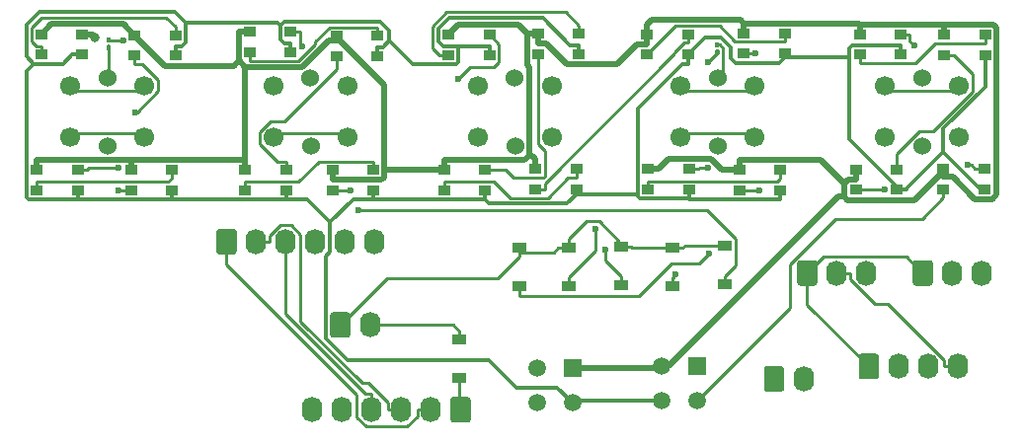
<source format=gbr>
G04 #@! TF.GenerationSoftware,KiCad,Pcbnew,(5.1.6)-1*
G04 #@! TF.CreationDate,2020-11-25T13:13:22+11:00*
G04 #@! TF.ProjectId,RWR_Control_Panel,5257525f-436f-46e7-9472-6f6c5f50616e,-*
G04 #@! TF.SameCoordinates,Original*
G04 #@! TF.FileFunction,Copper,L1,Top*
G04 #@! TF.FilePolarity,Positive*
%FSLAX46Y46*%
G04 Gerber Fmt 4.6, Leading zero omitted, Abs format (unit mm)*
G04 Created by KiCad (PCBNEW (5.1.6)-1) date 2020-11-25 13:13:22*
%MOMM*%
%LPD*%
G01*
G04 APERTURE LIST*
G04 #@! TA.AperFunction,SMDPad,CuDef*
%ADD10R,1.000000X0.850000*%
G04 #@! TD*
G04 #@! TA.AperFunction,ComponentPad*
%ADD11C,1.520000*%
G04 #@! TD*
G04 #@! TA.AperFunction,ComponentPad*
%ADD12R,1.520000X1.520000*%
G04 #@! TD*
G04 #@! TA.AperFunction,SMDPad,CuDef*
%ADD13R,1.200000X0.900000*%
G04 #@! TD*
G04 #@! TA.AperFunction,ComponentPad*
%ADD14C,1.524000*%
G04 #@! TD*
G04 #@! TA.AperFunction,ComponentPad*
%ADD15C,1.700000*%
G04 #@! TD*
G04 #@! TA.AperFunction,ComponentPad*
%ADD16O,1.740000X2.200000*%
G04 #@! TD*
G04 #@! TA.AperFunction,ViaPad*
%ADD17C,0.600000*%
G04 #@! TD*
G04 #@! TA.AperFunction,ViaPad*
%ADD18C,0.800000*%
G04 #@! TD*
G04 #@! TA.AperFunction,Conductor*
%ADD19C,0.250000*%
G04 #@! TD*
G04 #@! TA.AperFunction,Conductor*
%ADD20C,0.228600*%
G04 #@! TD*
G04 #@! TA.AperFunction,Conductor*
%ADD21C,0.500000*%
G04 #@! TD*
G04 #@! TA.AperFunction,Conductor*
%ADD22C,0.350000*%
G04 #@! TD*
G04 APERTURE END LIST*
D10*
X117888000Y-86366400D03*
X114388000Y-86366400D03*
X117888000Y-84616400D03*
X114388000Y-84616400D03*
X187225000Y-97819100D03*
X183725000Y-97819100D03*
X187225000Y-96069100D03*
X183725000Y-96069100D03*
X179711000Y-97869900D03*
X176211000Y-97869900D03*
X179711000Y-96119900D03*
X176211000Y-96119900D03*
X187303000Y-86326900D03*
X183803000Y-86326900D03*
X187303000Y-84576900D03*
X183803000Y-84576900D03*
X180039000Y-86276100D03*
X176539000Y-86276100D03*
X180039000Y-84526100D03*
X176539000Y-84526100D03*
X169727000Y-97909400D03*
X166227000Y-97909400D03*
X169727000Y-96159400D03*
X166227000Y-96159400D03*
X161903000Y-97858600D03*
X158403000Y-97858600D03*
X161903000Y-96108600D03*
X158403000Y-96108600D03*
X170110000Y-86185900D03*
X166610000Y-86185900D03*
X170110000Y-84435900D03*
X166610000Y-84435900D03*
X161802000Y-86276100D03*
X158302000Y-86276100D03*
X161802000Y-84526100D03*
X158302000Y-84526100D03*
X152251000Y-97858600D03*
X148751000Y-97858600D03*
X152251000Y-96108600D03*
X148751000Y-96108600D03*
X144405000Y-97920800D03*
X140905000Y-97920800D03*
X144405000Y-96170800D03*
X140905000Y-96170800D03*
X152483000Y-86236800D03*
X148983000Y-86236800D03*
X152483000Y-84486800D03*
X148983000Y-84486800D03*
X144784000Y-86326900D03*
X141284000Y-86326900D03*
X144784000Y-84576900D03*
X141284000Y-84576900D03*
X134827000Y-97909400D03*
X131327000Y-97909400D03*
X134827000Y-96159400D03*
X131327000Y-96159400D03*
X127359000Y-97909400D03*
X123859000Y-97909400D03*
X127359000Y-96159400D03*
X123859000Y-96159400D03*
X135211000Y-86389100D03*
X131711000Y-86389100D03*
X135211000Y-84639100D03*
X131711000Y-84639100D03*
X127738000Y-86084400D03*
X124238000Y-86084400D03*
X127738000Y-84334400D03*
X124238000Y-84334400D03*
X117555000Y-97909400D03*
X114055000Y-97909400D03*
X117555000Y-96159400D03*
X114055000Y-96159400D03*
X109478000Y-97909400D03*
X105978000Y-97909400D03*
X109478000Y-96159400D03*
X105978000Y-96159400D03*
X109861000Y-86264800D03*
X106361000Y-86264800D03*
X109861000Y-84514800D03*
X106361000Y-84514800D03*
D11*
X159592001Y-115985999D03*
X162592000Y-115985999D03*
X159592001Y-112986000D03*
D12*
X162592000Y-112986000D03*
D11*
X148924001Y-116137999D03*
X151924000Y-116137999D03*
X148924001Y-113138000D03*
D12*
X151924000Y-113138000D03*
G04 #@! TA.AperFunction,SMDPad,CuDef*
G36*
G01*
X164219000Y-85846800D02*
X164419000Y-85846800D01*
G75*
G02*
X164519000Y-85946800I0J-100000D01*
G01*
X164519000Y-86206800D01*
G75*
G02*
X164419000Y-86306800I-100000J0D01*
G01*
X164219000Y-86306800D01*
G75*
G02*
X164119000Y-86206800I0J100000D01*
G01*
X164119000Y-85946800D01*
G75*
G02*
X164219000Y-85846800I100000J0D01*
G01*
G37*
G04 #@! TD.AperFunction*
G04 #@! TA.AperFunction,SMDPad,CuDef*
G36*
G01*
X164219000Y-85206800D02*
X164419000Y-85206800D01*
G75*
G02*
X164519000Y-85306800I0J-100000D01*
G01*
X164519000Y-85566800D01*
G75*
G02*
X164419000Y-85666800I-100000J0D01*
G01*
X164219000Y-85666800D01*
G75*
G02*
X164119000Y-85566800I0J100000D01*
G01*
X164119000Y-85306800D01*
G75*
G02*
X164219000Y-85206800I100000J0D01*
G01*
G37*
G04 #@! TD.AperFunction*
G04 #@! TA.AperFunction,SMDPad,CuDef*
G36*
G01*
X112247000Y-85260400D02*
X112047000Y-85260400D01*
G75*
G02*
X111947000Y-85160400I0J100000D01*
G01*
X111947000Y-84900400D01*
G75*
G02*
X112047000Y-84800400I100000J0D01*
G01*
X112247000Y-84800400D01*
G75*
G02*
X112347000Y-84900400I0J-100000D01*
G01*
X112347000Y-85160400D01*
G75*
G02*
X112247000Y-85260400I-100000J0D01*
G01*
G37*
G04 #@! TD.AperFunction*
G04 #@! TA.AperFunction,SMDPad,CuDef*
G36*
G01*
X112247000Y-85900400D02*
X112047000Y-85900400D01*
G75*
G02*
X111947000Y-85800400I0J100000D01*
G01*
X111947000Y-85540400D01*
G75*
G02*
X112047000Y-85440400I100000J0D01*
G01*
X112247000Y-85440400D01*
G75*
G02*
X112347000Y-85540400I0J-100000D01*
G01*
X112347000Y-85800400D01*
G75*
G02*
X112247000Y-85900400I-100000J0D01*
G01*
G37*
G04 #@! TD.AperFunction*
D13*
X142221000Y-110752000D03*
X142221000Y-114052000D03*
X147352000Y-102876000D03*
X147352000Y-106176000D03*
X151606000Y-102876000D03*
X151606000Y-106176000D03*
X156064000Y-102724000D03*
X156064000Y-106024000D03*
X160522000Y-102801000D03*
X160522000Y-106101000D03*
X164979000Y-102700000D03*
X164979000Y-106000000D03*
D14*
X181936000Y-94087800D03*
X181896000Y-88296800D03*
D15*
X185071000Y-93376800D03*
X178721000Y-93376800D03*
X185071000Y-88931800D03*
X178721000Y-88931800D03*
D14*
X164410000Y-94087800D03*
X164370000Y-88296800D03*
D15*
X167545000Y-93376800D03*
X161195000Y-93376800D03*
X167545000Y-88931800D03*
X161195000Y-88931800D03*
D14*
X147011000Y-94087800D03*
X146971000Y-88296800D03*
D15*
X150146000Y-93376800D03*
X143796000Y-93376800D03*
X150146000Y-88931800D03*
X143796000Y-88931800D03*
D14*
X129485000Y-94087800D03*
X129445000Y-88296800D03*
D15*
X132620000Y-93376800D03*
X126270000Y-93376800D03*
X132620000Y-88931800D03*
X126270000Y-88931800D03*
D14*
X112086000Y-94087800D03*
X112046000Y-88296800D03*
D15*
X115221000Y-93376800D03*
X108871000Y-93376800D03*
X115221000Y-88931800D03*
X108871000Y-88931800D03*
D16*
X129623000Y-116745000D03*
X132163000Y-116745000D03*
X134703000Y-116745000D03*
X137243000Y-116745000D03*
X139783000Y-116745000D03*
G04 #@! TA.AperFunction,ComponentPad*
G36*
G01*
X143193000Y-115894999D02*
X143193000Y-117595001D01*
G75*
G02*
X142943001Y-117845000I-249999J0D01*
G01*
X141702999Y-117845000D01*
G75*
G02*
X141453000Y-117595001I0J249999D01*
G01*
X141453000Y-115894999D01*
G75*
G02*
X141702999Y-115645000I249999J0D01*
G01*
X142943001Y-115645000D01*
G75*
G02*
X143193000Y-115894999I0J-249999D01*
G01*
G37*
G04 #@! TD.AperFunction*
X177121000Y-105010000D03*
X174581000Y-105010000D03*
G04 #@! TA.AperFunction,ComponentPad*
G36*
G01*
X171171000Y-105860001D02*
X171171000Y-104159999D01*
G75*
G02*
X171420999Y-103910000I249999J0D01*
G01*
X172661001Y-103910000D01*
G75*
G02*
X172911000Y-104159999I0J-249999D01*
G01*
X172911000Y-105860001D01*
G75*
G02*
X172661001Y-106110000I-249999J0D01*
G01*
X171420999Y-106110000D01*
G75*
G02*
X171171000Y-105860001I0J249999D01*
G01*
G37*
G04 #@! TD.AperFunction*
X184944000Y-113036000D03*
X182404000Y-113036000D03*
X179864000Y-113036000D03*
G04 #@! TA.AperFunction,ComponentPad*
G36*
G01*
X176454000Y-113886001D02*
X176454000Y-112185999D01*
G75*
G02*
X176703999Y-111936000I249999J0D01*
G01*
X177944001Y-111936000D01*
G75*
G02*
X178194000Y-112185999I0J-249999D01*
G01*
X178194000Y-113886001D01*
G75*
G02*
X177944001Y-114136000I-249999J0D01*
G01*
X176703999Y-114136000D01*
G75*
G02*
X176454000Y-113886001I0J249999D01*
G01*
G37*
G04 #@! TD.AperFunction*
X187027000Y-105010000D03*
X184487000Y-105010000D03*
G04 #@! TA.AperFunction,ComponentPad*
G36*
G01*
X181077000Y-105860001D02*
X181077000Y-104159999D01*
G75*
G02*
X181326999Y-103910000I249999J0D01*
G01*
X182567001Y-103910000D01*
G75*
G02*
X182817000Y-104159999I0J-249999D01*
G01*
X182817000Y-105860001D01*
G75*
G02*
X182567001Y-106110000I-249999J0D01*
G01*
X181326999Y-106110000D01*
G75*
G02*
X181077000Y-105860001I0J249999D01*
G01*
G37*
G04 #@! TD.AperFunction*
X171736000Y-114103000D03*
G04 #@! TA.AperFunction,ComponentPad*
G36*
G01*
X168326000Y-114953001D02*
X168326000Y-113252999D01*
G75*
G02*
X168575999Y-113003000I249999J0D01*
G01*
X169816001Y-113003000D01*
G75*
G02*
X170066000Y-113252999I0J-249999D01*
G01*
X170066000Y-114953001D01*
G75*
G02*
X169816001Y-115203000I-249999J0D01*
G01*
X168575999Y-115203000D01*
G75*
G02*
X168326000Y-114953001I0J249999D01*
G01*
G37*
G04 #@! TD.AperFunction*
X134957000Y-102318000D03*
X132417000Y-102318000D03*
X129877000Y-102318000D03*
X127337000Y-102318000D03*
X124797000Y-102318000D03*
G04 #@! TA.AperFunction,ComponentPad*
G36*
G01*
X121387000Y-103168001D02*
X121387000Y-101467999D01*
G75*
G02*
X121636999Y-101218000I249999J0D01*
G01*
X122877001Y-101218000D01*
G75*
G02*
X123127000Y-101467999I0J-249999D01*
G01*
X123127000Y-103168001D01*
G75*
G02*
X122877001Y-103418000I-249999J0D01*
G01*
X121636999Y-103418000D01*
G75*
G02*
X121387000Y-103168001I0J249999D01*
G01*
G37*
G04 #@! TD.AperFunction*
X134550000Y-109480000D03*
G04 #@! TA.AperFunction,ComponentPad*
G36*
G01*
X131140000Y-110330001D02*
X131140000Y-108629999D01*
G75*
G02*
X131389999Y-108380000I249999J0D01*
G01*
X132630001Y-108380000D01*
G75*
G02*
X132880000Y-108629999I0J-249999D01*
G01*
X132880000Y-110330001D01*
G75*
G02*
X132630001Y-110580000I-249999J0D01*
G01*
X131389999Y-110580000D01*
G75*
G02*
X131140000Y-110330001I0J249999D01*
G01*
G37*
G04 #@! TD.AperFunction*
D17*
X153926000Y-101225000D03*
X133523000Y-99655500D03*
X160729000Y-105167000D03*
X163608000Y-103342000D03*
X154731000Y-103049000D03*
X113405000Y-85030400D03*
X163543000Y-86898700D03*
D18*
X110962000Y-84800100D03*
D17*
X114426000Y-91214800D03*
X112989000Y-95999800D03*
X112989000Y-97909400D03*
X128759000Y-85603900D03*
X132896000Y-97909400D03*
X142153000Y-88329900D03*
X167617000Y-86185900D03*
X163505000Y-95982600D03*
X167929000Y-97909400D03*
X181247000Y-85519300D03*
X178697000Y-97869900D03*
X185826000Y-95737100D03*
D19*
X151606000Y-106176000D02*
X151606000Y-105400700D01*
X151606000Y-105400700D02*
X153926000Y-103080700D01*
X153926000Y-103080700D02*
X153926000Y-101225000D01*
D20*
X161195000Y-88931800D02*
X161619000Y-89355900D01*
X161619000Y-89355900D02*
X167121000Y-89355900D01*
X167121000Y-89355900D02*
X167545000Y-88931800D01*
X108871000Y-88931800D02*
X109291000Y-89351700D01*
X109291000Y-89351700D02*
X114801000Y-89351700D01*
X114801000Y-89351700D02*
X115221000Y-88931800D01*
X164979000Y-106000000D02*
X164979000Y-105258000D01*
X164979000Y-105258000D02*
X165872000Y-104365000D01*
X165872000Y-104365000D02*
X165872000Y-102085000D01*
X165872000Y-102085000D02*
X163442000Y-99655500D01*
X163442000Y-99655500D02*
X133523000Y-99655500D01*
X160522000Y-106101000D02*
X160522000Y-105359000D01*
X160522000Y-105359000D02*
X160538000Y-105359000D01*
X160538000Y-105359000D02*
X160729000Y-105167000D01*
D19*
X147352000Y-106176000D02*
X147352000Y-106951300D01*
X163608000Y-103342000D02*
X162773800Y-104176200D01*
X162773800Y-104176200D02*
X160368100Y-104176200D01*
X160368100Y-104176200D02*
X157593000Y-106951300D01*
X157593000Y-106951300D02*
X147352000Y-106951300D01*
D20*
X178721000Y-88931800D02*
X179146000Y-89357300D01*
X179146000Y-89357300D02*
X184646000Y-89357300D01*
X184646000Y-89357300D02*
X185071000Y-88931800D01*
D19*
X151606000Y-102876000D02*
X151606000Y-102100700D01*
X155930500Y-102590500D02*
X155930500Y-102300600D01*
X155930500Y-102300600D02*
X154217600Y-100587700D01*
X154217600Y-100587700D02*
X153119000Y-100587700D01*
X153119000Y-100587700D02*
X151606000Y-102100700D01*
D20*
X155930500Y-102590500D02*
X155797000Y-102457000D01*
X156064000Y-102724000D02*
X155930500Y-102590500D01*
D19*
X151606000Y-102876000D02*
X150680700Y-102876000D01*
X147352000Y-103247000D02*
X150309700Y-103247000D01*
X150309700Y-103247000D02*
X150680700Y-102876000D01*
D20*
X147352000Y-103247000D02*
X147352000Y-102876000D01*
X132010000Y-109480000D02*
X136056000Y-105434000D01*
X136056000Y-105434000D02*
X145537000Y-105434000D01*
X145537000Y-105434000D02*
X147352000Y-103618000D01*
X147352000Y-103618000D02*
X147352000Y-103247000D01*
X164979000Y-102700000D02*
X161515000Y-102700000D01*
X161515000Y-102700000D02*
X161414000Y-102801000D01*
X161414000Y-102801000D02*
X160522000Y-102801000D01*
X160522000Y-102801000D02*
X157033000Y-102801000D01*
X157033000Y-102801000D02*
X156956000Y-102724000D01*
X156956000Y-102724000D02*
X156064000Y-102724000D01*
X154731000Y-103049000D02*
X154731000Y-103948000D01*
X154731000Y-103948000D02*
X156064000Y-105282000D01*
X156064000Y-105282000D02*
X156064000Y-106024000D01*
X134550000Y-109480000D02*
X141691000Y-109480000D01*
X141691000Y-109480000D02*
X142221000Y-110010000D01*
X142221000Y-110010000D02*
X142221000Y-110752000D01*
X142323000Y-116745000D02*
X142221000Y-116643000D01*
X142221000Y-116643000D02*
X142221000Y-114052000D01*
X161195000Y-93376800D02*
X161546000Y-93025900D01*
X161546000Y-93025900D02*
X167194000Y-93025900D01*
X167194000Y-93025900D02*
X167545000Y-93376800D01*
X134703000Y-116745000D02*
X134703000Y-115353000D01*
X134703000Y-115353000D02*
X134200000Y-115353000D01*
X134200000Y-115353000D02*
X127337000Y-108490000D01*
X127337000Y-108490000D02*
X127337000Y-102318000D01*
X126270000Y-93376800D02*
X126616000Y-93030600D01*
X126616000Y-93030600D02*
X132274000Y-93030600D01*
X132274000Y-93030600D02*
X132620000Y-93376800D01*
X124797000Y-102318000D02*
X125959000Y-102318000D01*
X125959000Y-102318000D02*
X125959000Y-101810000D01*
X125959000Y-101810000D02*
X126890000Y-100879000D01*
X126890000Y-100879000D02*
X127779000Y-100879000D01*
X127779000Y-100879000D02*
X128607000Y-101706000D01*
X128607000Y-101706000D02*
X128607000Y-109184000D01*
X128607000Y-109184000D02*
X133866000Y-114443000D01*
X133866000Y-114443000D02*
X134412000Y-114443000D01*
X134412000Y-114443000D02*
X136081000Y-116111000D01*
X136081000Y-116111000D02*
X136081000Y-116745000D01*
X136081000Y-116745000D02*
X137243000Y-116745000D01*
X115221000Y-93376800D02*
X114870000Y-93025400D01*
X114870000Y-93025400D02*
X109222000Y-93025400D01*
X109222000Y-93025400D02*
X108871000Y-93376800D01*
X122257000Y-102318000D02*
X122257000Y-104271000D01*
X122257000Y-104271000D02*
X133433000Y-115447000D01*
X133433000Y-115447000D02*
X133433000Y-117414000D01*
X133433000Y-117414000D02*
X134219000Y-118200000D01*
X134219000Y-118200000D02*
X137700000Y-118200000D01*
X137700000Y-118200000D02*
X138621000Y-117279000D01*
X138621000Y-117279000D02*
X138621000Y-116745000D01*
X138621000Y-116745000D02*
X139783000Y-116745000D01*
X112147000Y-85030400D02*
X113405000Y-85030400D01*
X163543000Y-86898700D02*
X164319000Y-86122300D01*
X164319000Y-86122300D02*
X164319000Y-86076800D01*
X177324000Y-113036000D02*
X172041000Y-107753000D01*
X172041000Y-107753000D02*
X172041000Y-105010000D01*
X172041000Y-105010000D02*
X173434000Y-103617000D01*
X173434000Y-103617000D02*
X180554000Y-103617000D01*
X180554000Y-103617000D02*
X181947000Y-105010000D01*
X184944000Y-113036000D02*
X183782000Y-113036000D01*
X183782000Y-113036000D02*
X183782000Y-112528000D01*
X183782000Y-112528000D02*
X178942000Y-107688000D01*
X178942000Y-107688000D02*
X177888000Y-107688000D01*
X177888000Y-107688000D02*
X175743000Y-105544000D01*
X175743000Y-105544000D02*
X175743000Y-105010000D01*
X175743000Y-105010000D02*
X174581000Y-105010000D01*
X112046000Y-88296800D02*
X112147000Y-88195800D01*
X112147000Y-88195800D02*
X112147000Y-85670400D01*
X164370000Y-88296800D02*
X164826000Y-87840300D01*
X164826000Y-87840300D02*
X164826000Y-85715700D01*
X164826000Y-85715700D02*
X164548000Y-85436800D01*
X164548000Y-85436800D02*
X164319000Y-85436800D01*
D21*
X123859000Y-87344300D02*
X123859000Y-95306300D01*
X131711000Y-85065600D02*
X130993000Y-85065600D01*
X130993000Y-85065600D02*
X128714000Y-87344300D01*
X128714000Y-87344300D02*
X123859000Y-87344300D01*
X114388000Y-84628900D02*
X113421000Y-83661600D01*
X113421000Y-83661600D02*
X107214000Y-83661600D01*
X107214000Y-83661600D02*
X106361000Y-84514800D01*
X123310000Y-86795200D02*
X122886000Y-87219600D01*
X122886000Y-87219600D02*
X116979000Y-87219600D01*
X116979000Y-87219600D02*
X114388000Y-84628900D01*
X148055000Y-84486800D02*
X147292000Y-83723700D01*
X147292000Y-83723700D02*
X142137000Y-83723700D01*
X142137000Y-83723700D02*
X141284000Y-84576900D01*
X148983000Y-84486800D02*
X148055000Y-84486800D01*
X148201000Y-94944900D02*
X147828000Y-95317700D01*
X147828000Y-95317700D02*
X140905000Y-95317700D01*
X140905000Y-95317700D02*
X140905000Y-96170800D01*
X148751000Y-96108600D02*
X148751000Y-95255500D01*
X148751000Y-95255500D02*
X148440000Y-94944900D01*
X148440000Y-94944900D02*
X148201000Y-94944900D01*
X175219000Y-98458600D02*
X175219000Y-97314000D01*
X123859000Y-87344300D02*
X123310000Y-86795200D01*
X158302000Y-84526100D02*
X158302000Y-85379200D01*
X158302000Y-85379200D02*
X157449000Y-85379200D01*
X157449000Y-85379200D02*
X155725000Y-87102700D01*
X155725000Y-87102700D02*
X151406000Y-87102700D01*
X151406000Y-87102700D02*
X149643000Y-85339900D01*
X149643000Y-85339900D02*
X148983000Y-85339900D01*
X148983000Y-85339900D02*
X148983000Y-84486800D01*
X183803000Y-84576900D02*
X183803000Y-83723800D01*
X124238000Y-84334400D02*
X123310000Y-84334400D01*
X123310000Y-84334400D02*
X123310000Y-86795200D01*
X123859000Y-96159400D02*
X123859000Y-95306300D01*
X131327000Y-96159400D02*
X131327000Y-97012500D01*
X131327000Y-97012500D02*
X135545000Y-97012500D01*
X135545000Y-97012500D02*
X135755000Y-96802100D01*
X135755000Y-96802100D02*
X135755000Y-96170800D01*
X166227000Y-96159400D02*
X164729000Y-96159400D01*
X164729000Y-96159400D02*
X163824000Y-95254400D01*
X163824000Y-95254400D02*
X160185000Y-95254400D01*
X160185000Y-95254400D02*
X159331000Y-96108600D01*
X159331000Y-96108600D02*
X158403000Y-96108600D01*
X183725000Y-96069100D02*
X183725000Y-96422500D01*
X183725000Y-96422500D02*
X183725000Y-96775900D01*
X183725000Y-96775900D02*
X184499000Y-96775900D01*
X184499000Y-96775900D02*
X186395000Y-98672300D01*
X186395000Y-98672300D02*
X187918000Y-98672300D01*
X187918000Y-98672300D02*
X188282000Y-98308000D01*
X188282000Y-98308000D02*
X188282000Y-83988700D01*
X188282000Y-83988700D02*
X188017000Y-83723800D01*
X188017000Y-83723800D02*
X183803000Y-83723800D01*
X176211000Y-96119900D02*
X176211000Y-96973000D01*
X176211000Y-96973000D02*
X175560000Y-96973000D01*
X175560000Y-96973000D02*
X175219000Y-97314000D01*
X183725000Y-96422500D02*
X183586000Y-96422500D01*
X183586000Y-96422500D02*
X181258000Y-98750200D01*
X181258000Y-98750200D02*
X175510000Y-98750200D01*
X175510000Y-98750200D02*
X175219000Y-98458600D01*
X151924000Y-113138000D02*
X159440000Y-113138000D01*
X159440000Y-113138000D02*
X159592000Y-112986000D01*
X159592000Y-112986000D02*
X160184000Y-112986000D01*
X160184000Y-112986000D02*
X174711000Y-98458600D01*
X174711000Y-98458600D02*
X175219000Y-98458600D01*
X166227000Y-96159400D02*
X166227000Y-95306300D01*
X166227000Y-95306300D02*
X173211000Y-95306300D01*
X173211000Y-95306300D02*
X175219000Y-97314000D01*
X131711000Y-84639100D02*
X131711000Y-85065600D01*
X135755000Y-96170800D02*
X140905000Y-96170800D01*
X148201000Y-94944900D02*
X148201000Y-87362100D01*
X148201000Y-87362100D02*
X148055000Y-87215800D01*
X148055000Y-87215800D02*
X148055000Y-84486800D01*
X176539000Y-84526100D02*
X176539000Y-83673000D01*
X183803000Y-83723800D02*
X183752000Y-83673000D01*
X183752000Y-83673000D02*
X176539000Y-83673000D01*
X158302000Y-84526100D02*
X158302000Y-83673000D01*
X158302000Y-83673000D02*
X158713000Y-83261900D01*
X158713000Y-83261900D02*
X166289000Y-83261900D01*
X166289000Y-83261900D02*
X166610000Y-83582800D01*
X166610000Y-84435900D02*
X166610000Y-83582800D01*
X166610000Y-83582800D02*
X176449000Y-83582800D01*
X176449000Y-83582800D02*
X176539000Y-83673000D01*
X114055000Y-96159400D02*
X114055000Y-95306300D01*
X135755000Y-96170800D02*
X135755000Y-88869800D01*
X135755000Y-88869800D02*
X131951000Y-85065600D01*
X131951000Y-85065600D02*
X131711000Y-85065600D01*
X123859000Y-95306300D02*
X114055000Y-95306300D01*
X105978000Y-96159400D02*
X105978000Y-95306300D01*
X105978000Y-95306300D02*
X112653000Y-95306300D01*
X112653000Y-95306300D02*
X112688000Y-95271700D01*
X112688000Y-95271700D02*
X114020000Y-95271700D01*
X114020000Y-95271700D02*
X114055000Y-95306300D01*
X114388000Y-84616400D02*
X114388000Y-84628900D01*
D20*
X106361000Y-86264800D02*
X106361000Y-85547400D01*
X106361000Y-85547400D02*
X106002000Y-85547400D01*
X106002000Y-85547400D02*
X105568000Y-85113600D01*
X105568000Y-85113600D02*
X105568000Y-83920800D01*
X105568000Y-83920800D02*
X106383000Y-83106200D01*
X106383000Y-83106200D02*
X117095000Y-83106200D01*
X117095000Y-83106200D02*
X117888000Y-83899000D01*
X117888000Y-83899000D02*
X117888000Y-84616400D01*
D21*
X109861000Y-84514800D02*
X110789000Y-84514800D01*
X110789000Y-84514800D02*
X110962000Y-84687700D01*
X110962000Y-84687700D02*
X110962000Y-84800100D01*
D22*
X183712000Y-94594400D02*
X186937000Y-97819100D01*
X186937000Y-97819100D02*
X187225000Y-97819100D01*
X179711000Y-97869900D02*
X180564000Y-97869900D01*
X180564000Y-97869900D02*
X180564000Y-97742300D01*
X180564000Y-97742300D02*
X183712000Y-94594400D01*
X127359000Y-98687500D02*
X129150000Y-98687500D01*
X129150000Y-98687500D02*
X131136000Y-100674000D01*
X127359000Y-97909400D02*
X127359000Y-98687500D01*
X144784000Y-86326900D02*
X144784000Y-85548800D01*
X144784000Y-85548800D02*
X142151000Y-85548800D01*
X135211000Y-86389100D02*
X135211000Y-85611000D01*
X135211000Y-85611000D02*
X135697000Y-85611000D01*
X135697000Y-85611000D02*
X136227000Y-85081500D01*
X152483000Y-86236800D02*
X152483000Y-85458700D01*
X152483000Y-85458700D02*
X151705000Y-85458700D01*
X151705000Y-85458700D02*
X149358000Y-83112200D01*
X149358000Y-83112200D02*
X141320000Y-83112200D01*
X141320000Y-83112200D02*
X140412000Y-84020000D01*
X140412000Y-84020000D02*
X140412000Y-85135000D01*
X140412000Y-85135000D02*
X140826000Y-85548800D01*
X140826000Y-85548800D02*
X142151000Y-85548800D01*
X161903000Y-97858600D02*
X161903000Y-98636700D01*
X169727000Y-97909400D02*
X169727000Y-98687500D01*
X169727000Y-98687500D02*
X161954000Y-98687500D01*
X161954000Y-98687500D02*
X161903000Y-98636700D01*
X127738000Y-86084400D02*
X127738000Y-85306300D01*
X127738000Y-85306300D02*
X127183000Y-85306300D01*
X127183000Y-85306300D02*
X126850000Y-84973200D01*
X126850000Y-84973200D02*
X126850000Y-83765500D01*
X142151000Y-85548800D02*
X142151000Y-86936900D01*
X142151000Y-86936900D02*
X141983000Y-87105100D01*
X141983000Y-87105100D02*
X138250000Y-87105100D01*
X138250000Y-87105100D02*
X136227000Y-85081500D01*
X126850000Y-83765500D02*
X127190000Y-83425200D01*
X127190000Y-83425200D02*
X135452000Y-83425200D01*
X135452000Y-83425200D02*
X136227000Y-84199900D01*
X136227000Y-84199900D02*
X136227000Y-85081500D01*
X161802000Y-86276100D02*
X161802000Y-87054200D01*
X161802000Y-87054200D02*
X161316000Y-87054200D01*
X161316000Y-87054200D02*
X157502000Y-90867700D01*
X157502000Y-90867700D02*
X157502000Y-98247600D01*
X126850000Y-83765500D02*
X126635000Y-83551300D01*
X126635000Y-83551300D02*
X118741000Y-83551300D01*
X118741000Y-83551300D02*
X118741000Y-85221400D01*
X118741000Y-85221400D02*
X118374000Y-85588300D01*
X118374000Y-85588300D02*
X117888000Y-85588300D01*
X117888000Y-85588300D02*
X117888000Y-86366400D01*
X109861000Y-86264800D02*
X109008000Y-86264800D01*
X109008000Y-86264800D02*
X108212000Y-87060700D01*
X108212000Y-87060700D02*
X105729000Y-87060700D01*
X152251000Y-97858600D02*
X152251000Y-98247600D01*
X152251000Y-98247600D02*
X157502000Y-98247600D01*
X157502000Y-98247600D02*
X157502000Y-98442200D01*
X157502000Y-98442200D02*
X157697000Y-98636700D01*
X157697000Y-98636700D02*
X161903000Y-98636700D01*
X159592000Y-115986000D02*
X152076000Y-115986000D01*
X152076000Y-115986000D02*
X151924000Y-116138000D01*
X134827000Y-97909400D02*
X134827000Y-98687500D01*
X131136000Y-100674000D02*
X131136000Y-103207000D01*
X131136000Y-103207000D02*
X130738000Y-103605000D01*
X130738000Y-103605000D02*
X130738000Y-110602000D01*
X130738000Y-110602000D02*
X132640000Y-112505000D01*
X132640000Y-112505000D02*
X144752000Y-112505000D01*
X144752000Y-112505000D02*
X147072000Y-114825000D01*
X147072000Y-114825000D02*
X150611000Y-114825000D01*
X150611000Y-114825000D02*
X151924000Y-116138000D01*
X144405000Y-97920800D02*
X144405000Y-98698900D01*
X131136000Y-100674000D02*
X133123000Y-98687500D01*
X133123000Y-98687500D02*
X134827000Y-98687500D01*
X134827000Y-98687500D02*
X134838000Y-98698900D01*
X134838000Y-98698900D02*
X144405000Y-98698900D01*
X144405000Y-98698900D02*
X144772000Y-99065700D01*
X144772000Y-99065700D02*
X151433000Y-99065700D01*
X151433000Y-99065700D02*
X152251000Y-98247600D01*
X170110000Y-86185900D02*
X170110000Y-86488000D01*
X180039000Y-86276100D02*
X180039000Y-85498000D01*
X180039000Y-85498000D02*
X175886000Y-85498000D01*
X175886000Y-85498000D02*
X175654000Y-85730000D01*
X175654000Y-85730000D02*
X175654000Y-86488000D01*
X179711000Y-97869900D02*
X179711000Y-97562200D01*
X179711000Y-97562200D02*
X175654000Y-93505700D01*
X175654000Y-93505700D02*
X175654000Y-86488000D01*
X170110000Y-86488000D02*
X175654000Y-86488000D01*
X183712000Y-94594400D02*
X183712000Y-92602000D01*
X183712000Y-92602000D02*
X187303000Y-89011000D01*
X187303000Y-89011000D02*
X187303000Y-86326900D01*
X127359000Y-98687500D02*
X117555000Y-98687500D01*
X117555000Y-97909400D02*
X117555000Y-98687500D01*
X109478000Y-97909400D02*
X109478000Y-98687500D01*
X118741000Y-83551300D02*
X117829000Y-82638700D01*
X117829000Y-82638700D02*
X106189000Y-82638700D01*
X106189000Y-82638700D02*
X105097000Y-83731400D01*
X105097000Y-83731400D02*
X105097000Y-86428600D01*
X105097000Y-86428600D02*
X105729000Y-87060700D01*
X105729000Y-87060700D02*
X105125000Y-87664700D01*
X105125000Y-87664700D02*
X105125000Y-98507300D01*
X105125000Y-98507300D02*
X105305000Y-98687500D01*
X105305000Y-98687500D02*
X109478000Y-98687500D01*
X109478000Y-98687500D02*
X117555000Y-98687500D01*
X161802000Y-86276100D02*
X163277000Y-84800700D01*
X163277000Y-84800700D02*
X164605000Y-84800700D01*
X164605000Y-84800700D02*
X165485000Y-85681000D01*
X165485000Y-85681000D02*
X165485000Y-86562800D01*
X165485000Y-86562800D02*
X165887000Y-86964700D01*
X165887000Y-86964700D02*
X169633000Y-86964700D01*
X169633000Y-86964700D02*
X170110000Y-86488000D01*
D20*
X114388000Y-86366400D02*
X114388000Y-87083800D01*
X114388000Y-87083800D02*
X115016000Y-87083800D01*
X115016000Y-87083800D02*
X116388000Y-88456100D01*
X116388000Y-88456100D02*
X116388000Y-89406100D01*
X116388000Y-89406100D02*
X114579000Y-91214800D01*
X114579000Y-91214800D02*
X114426000Y-91214800D01*
X112989000Y-95999800D02*
X110430000Y-95999800D01*
X110430000Y-95999800D02*
X110270000Y-96159400D01*
X110270000Y-96159400D02*
X109478000Y-96159400D01*
X105978000Y-97909400D02*
X105978000Y-97192000D01*
X105978000Y-97192000D02*
X117240000Y-97192000D01*
X117240000Y-97192000D02*
X117555000Y-96876800D01*
X117555000Y-96876800D02*
X117555000Y-96159400D01*
X114055000Y-97909400D02*
X112989000Y-97909400D01*
X127738000Y-84334400D02*
X128530000Y-84334400D01*
X128530000Y-84334400D02*
X128530000Y-85375000D01*
X128530000Y-85375000D02*
X128759000Y-85603900D01*
X124238000Y-86084400D02*
X124238000Y-86801800D01*
X124238000Y-86801800D02*
X128431000Y-86801800D01*
X128431000Y-86801800D02*
X129855000Y-85377800D01*
X129855000Y-85377800D02*
X129855000Y-85156300D01*
X129855000Y-85156300D02*
X131090000Y-83921700D01*
X131090000Y-83921700D02*
X135211000Y-83921700D01*
X135211000Y-83921700D02*
X135211000Y-84639100D01*
X131711000Y-86389100D02*
X131711000Y-87528500D01*
X131711000Y-87528500D02*
X127251000Y-91988500D01*
X127251000Y-91988500D02*
X126037000Y-91988500D01*
X126037000Y-91988500D02*
X125118000Y-92907100D01*
X125118000Y-92907100D02*
X125118000Y-93918800D01*
X125118000Y-93918800D02*
X126642000Y-95442000D01*
X126642000Y-95442000D02*
X127359000Y-95442000D01*
X127359000Y-95442000D02*
X127359000Y-96159400D01*
X123859000Y-97909400D02*
X123859000Y-97192000D01*
X123859000Y-97192000D02*
X128441000Y-97192000D01*
X128441000Y-97192000D02*
X130191000Y-95442000D01*
X130191000Y-95442000D02*
X134827000Y-95442000D01*
X134827000Y-95442000D02*
X134827000Y-96159400D01*
X131327000Y-97909400D02*
X132896000Y-97909400D01*
X144784000Y-84576900D02*
X145595000Y-85387900D01*
X145595000Y-85387900D02*
X145595000Y-86891200D01*
X145595000Y-86891200D02*
X145171000Y-87315000D01*
X145171000Y-87315000D02*
X143168000Y-87315000D01*
X143168000Y-87315000D02*
X142153000Y-88329900D01*
X141284000Y-86326900D02*
X140492000Y-86326900D01*
X140492000Y-86326900D02*
X139890000Y-85724900D01*
X139890000Y-85724900D02*
X139890000Y-83872000D01*
X139890000Y-83872000D02*
X141122000Y-82640100D01*
X141122000Y-82640100D02*
X151354000Y-82640100D01*
X151354000Y-82640100D02*
X152483000Y-83769400D01*
X152483000Y-83769400D02*
X152483000Y-84486800D01*
X148983000Y-86236800D02*
X148983000Y-93958800D01*
X148983000Y-93958800D02*
X149544000Y-94519300D01*
X149544000Y-94519300D02*
X149544000Y-96723100D01*
X149544000Y-96723100D02*
X149408000Y-96858600D01*
X149408000Y-96858600D02*
X146835000Y-96858600D01*
X146835000Y-96858600D02*
X146147000Y-96170800D01*
X146147000Y-96170800D02*
X144405000Y-96170800D01*
X140905000Y-97920800D02*
X140905000Y-97203400D01*
X140905000Y-97203400D02*
X145205000Y-97203400D01*
X145205000Y-97203400D02*
X146578000Y-98576100D01*
X146578000Y-98576100D02*
X149784000Y-98576100D01*
X149784000Y-98576100D02*
X151534000Y-96826000D01*
X151534000Y-96826000D02*
X152251000Y-96826000D01*
X152251000Y-96826000D02*
X152251000Y-96108600D01*
X148751000Y-97858600D02*
X149543000Y-97858600D01*
X149543000Y-97858600D02*
X149543000Y-97314800D01*
X149543000Y-97314800D02*
X160662000Y-86196100D01*
X160662000Y-86196100D02*
X160662000Y-86063600D01*
X160662000Y-86063600D02*
X161482000Y-85243500D01*
X161482000Y-85243500D02*
X161802000Y-85243500D01*
X161802000Y-85243500D02*
X161802000Y-84526100D01*
X158302000Y-86276100D02*
X160770000Y-83808600D01*
X160770000Y-83808600D02*
X164518000Y-83808600D01*
X164518000Y-83808600D02*
X165863000Y-85153300D01*
X165863000Y-85153300D02*
X170110000Y-85153300D01*
X170110000Y-85153300D02*
X170110000Y-84435900D01*
X161903000Y-96108600D02*
X162695000Y-96108600D01*
X162695000Y-96108600D02*
X162821000Y-95982600D01*
X162821000Y-95982600D02*
X163505000Y-95982600D01*
X166610000Y-86185900D02*
X167617000Y-86185900D01*
X158403000Y-97858600D02*
X158403000Y-97141200D01*
X158403000Y-97141200D02*
X169463000Y-97141200D01*
X169463000Y-97141200D02*
X169727000Y-96876800D01*
X169727000Y-96876800D02*
X169727000Y-96159400D01*
X181247000Y-85519300D02*
X180831000Y-85103600D01*
X180831000Y-85103600D02*
X180831000Y-84526100D01*
X180831000Y-84526100D02*
X180039000Y-84526100D01*
X166227000Y-97909400D02*
X167929000Y-97909400D01*
X176539000Y-86276100D02*
X176539000Y-86993500D01*
X176539000Y-86993500D02*
X181348000Y-86993500D01*
X181348000Y-86993500D02*
X183047000Y-85294300D01*
X183047000Y-85294300D02*
X187303000Y-85294300D01*
X187303000Y-85294300D02*
X187303000Y-84576900D01*
X183803000Y-86326900D02*
X184595000Y-86326900D01*
X184595000Y-86326900D02*
X186217000Y-87948100D01*
X186217000Y-87948100D02*
X186217000Y-89436200D01*
X186217000Y-89436200D02*
X182821000Y-92832100D01*
X182821000Y-92832100D02*
X181643000Y-92832100D01*
X181643000Y-92832100D02*
X179711000Y-94764500D01*
X179711000Y-94764500D02*
X179711000Y-96119900D01*
X185826000Y-95737100D02*
X186101000Y-95737100D01*
X186101000Y-95737100D02*
X186433000Y-96069100D01*
X186433000Y-96069100D02*
X187225000Y-96069100D01*
X176211000Y-97869900D02*
X178697000Y-97869900D01*
X162592000Y-115986000D02*
X170555000Y-108023000D01*
X170555000Y-108023000D02*
X170555000Y-104257000D01*
X170555000Y-104257000D02*
X174426000Y-100386000D01*
X174426000Y-100386000D02*
X181875000Y-100386000D01*
X181875000Y-100386000D02*
X183725000Y-98536500D01*
X183725000Y-98536500D02*
X183725000Y-97819100D01*
M02*

</source>
